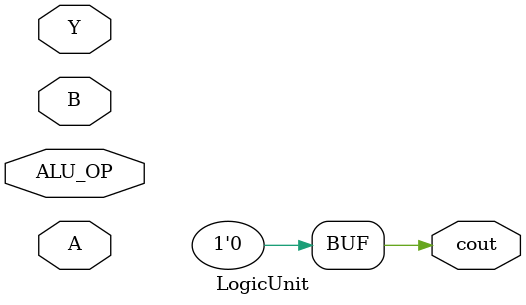
<source format=v>
`timescale 1ns / 1ps


module LogicUnit(
    input [31:0] A,
    input [31:0] B,
    input [1:0] ALU_OP,
    input [31:0] Y,
    output cout
    );
    reg [31:0] out;
    always @ (*) begin
        case (ALU_OP[1:0]) 
            2'b00: out = A & B;
            2'b01: out = A | B;
            2'b10: out = A ^ B;
            2'b11: out = ~(A | B); 
            default: out = 32'b0;
        endcase
        
    end
    assign cout = 0;
endmodule

</source>
